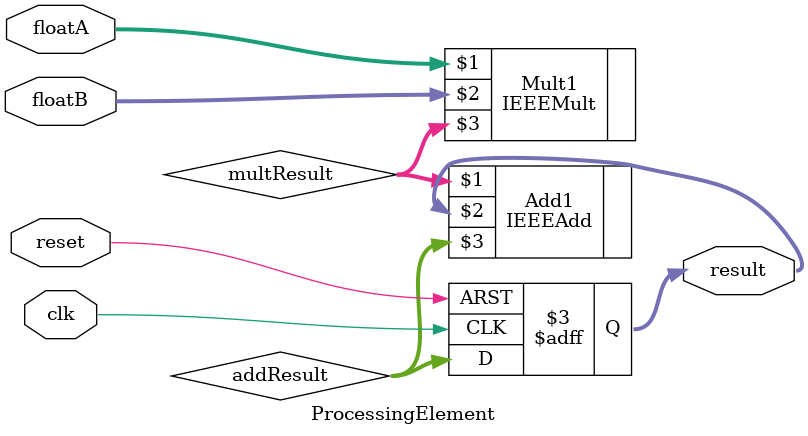
<source format=v>
module ProcessingElement(clk,reset,floatA,floatB,result);
parameter DATA_WIDTH = 32;

input clk, reset;
input [DATA_WIDTH-1:0] floatA, floatB;
output reg [DATA_WIDTH-1:0] result; 

wire [DATA_WIDTH-1:0] multResult;
wire [DATA_WIDTH-1:0] addResult;

//instantiating modules
//performinh (axb)+result=add_result
IEEEMult Mult1 (floatA,floatB,multResult);
IEEEAdd Add1 (multResult,result,addResult);

always @ (posedge clk or posedge reset) begin
	if (reset == 1'b1) begin
		result = 0;
	end 
	else begin
		result = addResult; 
	end
end
endmodule
</source>
